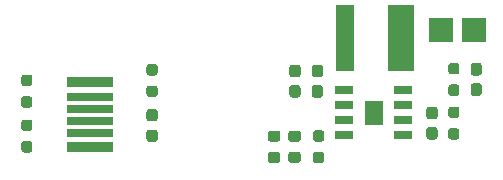
<source format=gbr>
%TF.GenerationSoftware,KiCad,Pcbnew,(5.1.9)-1*%
%TF.CreationDate,2021-11-10T21:50:44+01:00*%
%TF.ProjectId,smoke_extractor,736d6f6b-655f-4657-9874-726163746f72,rev?*%
%TF.SameCoordinates,Original*%
%TF.FileFunction,Paste,Top*%
%TF.FilePolarity,Positive*%
%FSLAX46Y46*%
G04 Gerber Fmt 4.6, Leading zero omitted, Abs format (unit mm)*
G04 Created by KiCad (PCBNEW (5.1.9)-1) date 2021-11-10 21:50:44*
%MOMM*%
%LPD*%
G01*
G04 APERTURE LIST*
%ADD10R,2.000000X2.000000*%
%ADD11R,1.600000X5.700000*%
%ADD12R,2.300000X5.700000*%
%ADD13R,4.000000X0.700000*%
%ADD14R,4.000000X0.800000*%
%ADD15R,4.000000X0.900000*%
%ADD16R,1.505000X0.802000*%
%ADD17R,1.567800X2.101200*%
G04 APERTURE END LIST*
D10*
%TO.C,D1*%
X128300000Y-82300000D03*
X131100000Y-82300000D03*
%TD*%
D11*
%TO.C,L1*%
X120150000Y-82950000D03*
D12*
X124850000Y-82950000D03*
%TD*%
%TO.C,R4*%
G36*
G01*
X103562500Y-87025000D02*
X104037500Y-87025000D01*
G75*
G02*
X104275000Y-87262500I0J-237500D01*
G01*
X104275000Y-87762500D01*
G75*
G02*
X104037500Y-88000000I-237500J0D01*
G01*
X103562500Y-88000000D01*
G75*
G02*
X103325000Y-87762500I0J237500D01*
G01*
X103325000Y-87262500D01*
G75*
G02*
X103562500Y-87025000I237500J0D01*
G01*
G37*
G36*
G01*
X103562500Y-85200000D02*
X104037500Y-85200000D01*
G75*
G02*
X104275000Y-85437500I0J-237500D01*
G01*
X104275000Y-85937500D01*
G75*
G02*
X104037500Y-86175000I-237500J0D01*
G01*
X103562500Y-86175000D01*
G75*
G02*
X103325000Y-85937500I0J237500D01*
G01*
X103325000Y-85437500D01*
G75*
G02*
X103562500Y-85200000I237500J0D01*
G01*
G37*
%TD*%
%TO.C,D2*%
G36*
G01*
X104037500Y-90050000D02*
X103562500Y-90050000D01*
G75*
G02*
X103325000Y-89812500I0J237500D01*
G01*
X103325000Y-89237500D01*
G75*
G02*
X103562500Y-89000000I237500J0D01*
G01*
X104037500Y-89000000D01*
G75*
G02*
X104275000Y-89237500I0J-237500D01*
G01*
X104275000Y-89812500D01*
G75*
G02*
X104037500Y-90050000I-237500J0D01*
G01*
G37*
G36*
G01*
X104037500Y-91800000D02*
X103562500Y-91800000D01*
G75*
G02*
X103325000Y-91562500I0J237500D01*
G01*
X103325000Y-90987500D01*
G75*
G02*
X103562500Y-90750000I237500J0D01*
G01*
X104037500Y-90750000D01*
G75*
G02*
X104275000Y-90987500I0J-237500D01*
G01*
X104275000Y-91562500D01*
G75*
G02*
X104037500Y-91800000I-237500J0D01*
G01*
G37*
%TD*%
%TO.C,C1*%
G36*
G01*
X117562500Y-86975000D02*
X118037500Y-86975000D01*
G75*
G02*
X118275000Y-87212500I0J-237500D01*
G01*
X118275000Y-87812500D01*
G75*
G02*
X118037500Y-88050000I-237500J0D01*
G01*
X117562500Y-88050000D01*
G75*
G02*
X117325000Y-87812500I0J237500D01*
G01*
X117325000Y-87212500D01*
G75*
G02*
X117562500Y-86975000I237500J0D01*
G01*
G37*
G36*
G01*
X117562500Y-85250000D02*
X118037500Y-85250000D01*
G75*
G02*
X118275000Y-85487500I0J-237500D01*
G01*
X118275000Y-86087500D01*
G75*
G02*
X118037500Y-86325000I-237500J0D01*
G01*
X117562500Y-86325000D01*
G75*
G02*
X117325000Y-86087500I0J237500D01*
G01*
X117325000Y-85487500D01*
G75*
G02*
X117562500Y-85250000I237500J0D01*
G01*
G37*
%TD*%
%TO.C,R3*%
G36*
G01*
X129112500Y-90625000D02*
X129587500Y-90625000D01*
G75*
G02*
X129825000Y-90862500I0J-237500D01*
G01*
X129825000Y-91362500D01*
G75*
G02*
X129587500Y-91600000I-237500J0D01*
G01*
X129112500Y-91600000D01*
G75*
G02*
X128875000Y-91362500I0J237500D01*
G01*
X128875000Y-90862500D01*
G75*
G02*
X129112500Y-90625000I237500J0D01*
G01*
G37*
G36*
G01*
X129112500Y-88800000D02*
X129587500Y-88800000D01*
G75*
G02*
X129825000Y-89037500I0J-237500D01*
G01*
X129825000Y-89537500D01*
G75*
G02*
X129587500Y-89775000I-237500J0D01*
G01*
X129112500Y-89775000D01*
G75*
G02*
X128875000Y-89537500I0J237500D01*
G01*
X128875000Y-89037500D01*
G75*
G02*
X129112500Y-88800000I237500J0D01*
G01*
G37*
%TD*%
D13*
%TO.C,U2*%
X98550000Y-89000000D03*
X98550000Y-90000000D03*
D14*
X98550000Y-88000000D03*
X98550000Y-91000000D03*
D15*
X98550000Y-86750000D03*
X98550000Y-92250000D03*
%TD*%
D16*
%TO.C,U1*%
X120052500Y-87395000D03*
X120052500Y-88665000D03*
X120052500Y-89935000D03*
X120052500Y-91205000D03*
X125047500Y-91205000D03*
X125047500Y-89935000D03*
X125047500Y-88665000D03*
X125047500Y-87395000D03*
D17*
X122550000Y-89300000D03*
%TD*%
%TO.C,R6*%
G36*
G01*
X92962500Y-91725000D02*
X93437500Y-91725000D01*
G75*
G02*
X93675000Y-91962500I0J-237500D01*
G01*
X93675000Y-92462500D01*
G75*
G02*
X93437500Y-92700000I-237500J0D01*
G01*
X92962500Y-92700000D01*
G75*
G02*
X92725000Y-92462500I0J237500D01*
G01*
X92725000Y-91962500D01*
G75*
G02*
X92962500Y-91725000I237500J0D01*
G01*
G37*
G36*
G01*
X92962500Y-89900000D02*
X93437500Y-89900000D01*
G75*
G02*
X93675000Y-90137500I0J-237500D01*
G01*
X93675000Y-90637500D01*
G75*
G02*
X93437500Y-90875000I-237500J0D01*
G01*
X92962500Y-90875000D01*
G75*
G02*
X92725000Y-90637500I0J237500D01*
G01*
X92725000Y-90137500D01*
G75*
G02*
X92962500Y-89900000I237500J0D01*
G01*
G37*
%TD*%
%TO.C,R5*%
G36*
G01*
X93437500Y-87075000D02*
X92962500Y-87075000D01*
G75*
G02*
X92725000Y-86837500I0J237500D01*
G01*
X92725000Y-86337500D01*
G75*
G02*
X92962500Y-86100000I237500J0D01*
G01*
X93437500Y-86100000D01*
G75*
G02*
X93675000Y-86337500I0J-237500D01*
G01*
X93675000Y-86837500D01*
G75*
G02*
X93437500Y-87075000I-237500J0D01*
G01*
G37*
G36*
G01*
X93437500Y-88900000D02*
X92962500Y-88900000D01*
G75*
G02*
X92725000Y-88662500I0J237500D01*
G01*
X92725000Y-88162500D01*
G75*
G02*
X92962500Y-87925000I237500J0D01*
G01*
X93437500Y-87925000D01*
G75*
G02*
X93675000Y-88162500I0J-237500D01*
G01*
X93675000Y-88662500D01*
G75*
G02*
X93437500Y-88900000I-237500J0D01*
G01*
G37*
%TD*%
%TO.C,R2*%
G36*
G01*
X129112500Y-86925000D02*
X129587500Y-86925000D01*
G75*
G02*
X129825000Y-87162500I0J-237500D01*
G01*
X129825000Y-87662500D01*
G75*
G02*
X129587500Y-87900000I-237500J0D01*
G01*
X129112500Y-87900000D01*
G75*
G02*
X128875000Y-87662500I0J237500D01*
G01*
X128875000Y-87162500D01*
G75*
G02*
X129112500Y-86925000I237500J0D01*
G01*
G37*
G36*
G01*
X129112500Y-85100000D02*
X129587500Y-85100000D01*
G75*
G02*
X129825000Y-85337500I0J-237500D01*
G01*
X129825000Y-85837500D01*
G75*
G02*
X129587500Y-86075000I-237500J0D01*
G01*
X129112500Y-86075000D01*
G75*
G02*
X128875000Y-85837500I0J237500D01*
G01*
X128875000Y-85337500D01*
G75*
G02*
X129112500Y-85100000I237500J0D01*
G01*
G37*
%TD*%
%TO.C,R1*%
G36*
G01*
X117662500Y-92625000D02*
X118137500Y-92625000D01*
G75*
G02*
X118375000Y-92862500I0J-237500D01*
G01*
X118375000Y-93362500D01*
G75*
G02*
X118137500Y-93600000I-237500J0D01*
G01*
X117662500Y-93600000D01*
G75*
G02*
X117425000Y-93362500I0J237500D01*
G01*
X117425000Y-92862500D01*
G75*
G02*
X117662500Y-92625000I237500J0D01*
G01*
G37*
G36*
G01*
X117662500Y-90800000D02*
X118137500Y-90800000D01*
G75*
G02*
X118375000Y-91037500I0J-237500D01*
G01*
X118375000Y-91537500D01*
G75*
G02*
X118137500Y-91775000I-237500J0D01*
G01*
X117662500Y-91775000D01*
G75*
G02*
X117425000Y-91537500I0J237500D01*
G01*
X117425000Y-91037500D01*
G75*
G02*
X117662500Y-90800000I237500J0D01*
G01*
G37*
%TD*%
%TO.C,C7*%
G36*
G01*
X131012500Y-86825000D02*
X131487500Y-86825000D01*
G75*
G02*
X131725000Y-87062500I0J-237500D01*
G01*
X131725000Y-87662500D01*
G75*
G02*
X131487500Y-87900000I-237500J0D01*
G01*
X131012500Y-87900000D01*
G75*
G02*
X130775000Y-87662500I0J237500D01*
G01*
X130775000Y-87062500D01*
G75*
G02*
X131012500Y-86825000I237500J0D01*
G01*
G37*
G36*
G01*
X131012500Y-85100000D02*
X131487500Y-85100000D01*
G75*
G02*
X131725000Y-85337500I0J-237500D01*
G01*
X131725000Y-85937500D01*
G75*
G02*
X131487500Y-86175000I-237500J0D01*
G01*
X131012500Y-86175000D01*
G75*
G02*
X130775000Y-85937500I0J237500D01*
G01*
X130775000Y-85337500D01*
G75*
G02*
X131012500Y-85100000I237500J0D01*
G01*
G37*
%TD*%
%TO.C,C6*%
G36*
G01*
X127262500Y-90525000D02*
X127737500Y-90525000D01*
G75*
G02*
X127975000Y-90762500I0J-237500D01*
G01*
X127975000Y-91362500D01*
G75*
G02*
X127737500Y-91600000I-237500J0D01*
G01*
X127262500Y-91600000D01*
G75*
G02*
X127025000Y-91362500I0J237500D01*
G01*
X127025000Y-90762500D01*
G75*
G02*
X127262500Y-90525000I237500J0D01*
G01*
G37*
G36*
G01*
X127262500Y-88800000D02*
X127737500Y-88800000D01*
G75*
G02*
X127975000Y-89037500I0J-237500D01*
G01*
X127975000Y-89637500D01*
G75*
G02*
X127737500Y-89875000I-237500J0D01*
G01*
X127262500Y-89875000D01*
G75*
G02*
X127025000Y-89637500I0J237500D01*
G01*
X127025000Y-89037500D01*
G75*
G02*
X127262500Y-88800000I237500J0D01*
G01*
G37*
%TD*%
%TO.C,C5*%
G36*
G01*
X114675000Y-91062500D02*
X114675000Y-91537500D01*
G75*
G02*
X114437500Y-91775000I-237500J0D01*
G01*
X113837500Y-91775000D01*
G75*
G02*
X113600000Y-91537500I0J237500D01*
G01*
X113600000Y-91062500D01*
G75*
G02*
X113837500Y-90825000I237500J0D01*
G01*
X114437500Y-90825000D01*
G75*
G02*
X114675000Y-91062500I0J-237500D01*
G01*
G37*
G36*
G01*
X116400000Y-91062500D02*
X116400000Y-91537500D01*
G75*
G02*
X116162500Y-91775000I-237500J0D01*
G01*
X115562500Y-91775000D01*
G75*
G02*
X115325000Y-91537500I0J237500D01*
G01*
X115325000Y-91062500D01*
G75*
G02*
X115562500Y-90825000I237500J0D01*
G01*
X116162500Y-90825000D01*
G75*
G02*
X116400000Y-91062500I0J-237500D01*
G01*
G37*
%TD*%
%TO.C,C4*%
G36*
G01*
X114675000Y-92862500D02*
X114675000Y-93337500D01*
G75*
G02*
X114437500Y-93575000I-237500J0D01*
G01*
X113837500Y-93575000D01*
G75*
G02*
X113600000Y-93337500I0J237500D01*
G01*
X113600000Y-92862500D01*
G75*
G02*
X113837500Y-92625000I237500J0D01*
G01*
X114437500Y-92625000D01*
G75*
G02*
X114675000Y-92862500I0J-237500D01*
G01*
G37*
G36*
G01*
X116400000Y-92862500D02*
X116400000Y-93337500D01*
G75*
G02*
X116162500Y-93575000I-237500J0D01*
G01*
X115562500Y-93575000D01*
G75*
G02*
X115325000Y-93337500I0J237500D01*
G01*
X115325000Y-92862500D01*
G75*
G02*
X115562500Y-92625000I237500J0D01*
G01*
X116162500Y-92625000D01*
G75*
G02*
X116400000Y-92862500I0J-237500D01*
G01*
G37*
%TD*%
%TO.C,C2*%
G36*
G01*
X115662500Y-86975000D02*
X116137500Y-86975000D01*
G75*
G02*
X116375000Y-87212500I0J-237500D01*
G01*
X116375000Y-87812500D01*
G75*
G02*
X116137500Y-88050000I-237500J0D01*
G01*
X115662500Y-88050000D01*
G75*
G02*
X115425000Y-87812500I0J237500D01*
G01*
X115425000Y-87212500D01*
G75*
G02*
X115662500Y-86975000I237500J0D01*
G01*
G37*
G36*
G01*
X115662500Y-85250000D02*
X116137500Y-85250000D01*
G75*
G02*
X116375000Y-85487500I0J-237500D01*
G01*
X116375000Y-86087500D01*
G75*
G02*
X116137500Y-86325000I-237500J0D01*
G01*
X115662500Y-86325000D01*
G75*
G02*
X115425000Y-86087500I0J237500D01*
G01*
X115425000Y-85487500D01*
G75*
G02*
X115662500Y-85250000I237500J0D01*
G01*
G37*
%TD*%
M02*

</source>
